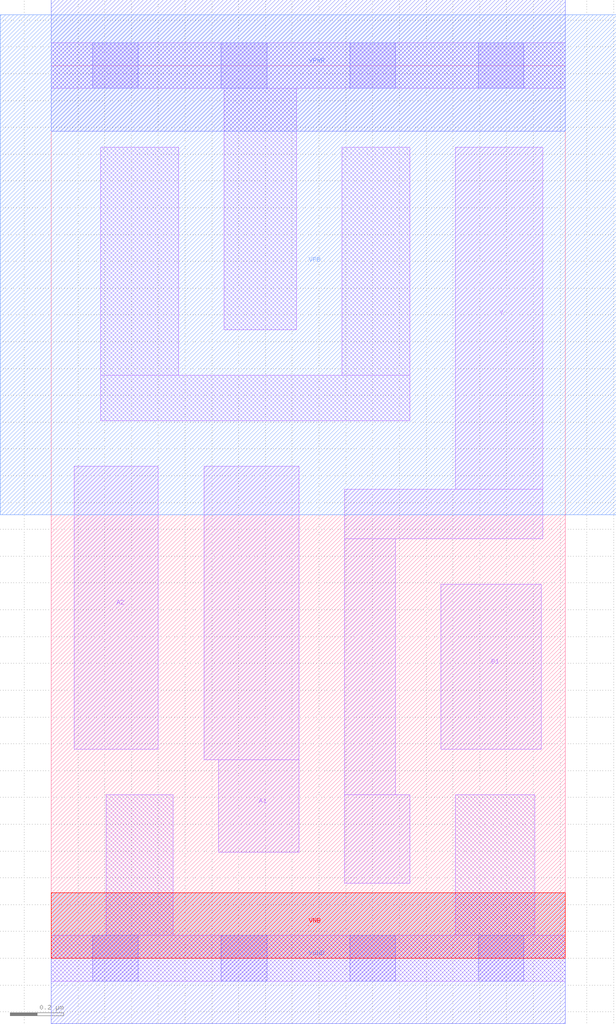
<source format=lef>
# Copyright 2020 The SkyWater PDK Authors
#
# Licensed under the Apache License, Version 2.0 (the "License");
# you may not use this file except in compliance with the License.
# You may obtain a copy of the License at
#
#     https://www.apache.org/licenses/LICENSE-2.0
#
# Unless required by applicable law or agreed to in writing, software
# distributed under the License is distributed on an "AS IS" BASIS,
# WITHOUT WARRANTIES OR CONDITIONS OF ANY KIND, either express or implied.
# See the License for the specific language governing permissions and
# limitations under the License.
#
# SPDX-License-Identifier: Apache-2.0

VERSION 5.7 ;
  NOWIREEXTENSIONATPIN ON ;
  DIVIDERCHAR "/" ;
  BUSBITCHARS "[]" ;
MACRO sky130_fd_sc_lp__a21oi_0
  CLASS CORE ;
  FOREIGN sky130_fd_sc_lp__a21oi_0 ;
  ORIGIN  0.000000  0.000000 ;
  SIZE  1.920000 BY  3.330000 ;
  SYMMETRY X Y R90 ;
  SITE unit ;
  PIN A1
    ANTENNAGATEAREA  0.159000 ;
    DIRECTION INPUT ;
    USE SIGNAL ;
    PORT
      LAYER li1 ;
        RECT 0.570000 0.740000 0.925000 1.835000 ;
        RECT 0.625000 0.395000 0.925000 0.740000 ;
    END
  END A1
  PIN A2
    ANTENNAGATEAREA  0.159000 ;
    DIRECTION INPUT ;
    USE SIGNAL ;
    PORT
      LAYER li1 ;
        RECT 0.085000 0.780000 0.400000 1.835000 ;
    END
  END A2
  PIN B1
    ANTENNAGATEAREA  0.159000 ;
    DIRECTION INPUT ;
    USE SIGNAL ;
    PORT
      LAYER li1 ;
        RECT 1.455000 0.780000 1.830000 1.395000 ;
    END
  END B1
  PIN Y
    ANTENNADIFFAREA  0.287200 ;
    DIRECTION OUTPUT ;
    USE SIGNAL ;
    PORT
      LAYER li1 ;
        RECT 1.095000 0.280000 1.340000 0.610000 ;
        RECT 1.095000 0.610000 1.285000 1.565000 ;
        RECT 1.095000 1.565000 1.835000 1.750000 ;
        RECT 1.510000 1.750000 1.835000 3.025000 ;
    END
  END Y
  PIN VGND
    DIRECTION INOUT ;
    USE GROUND ;
    PORT
      LAYER met1 ;
        RECT 0.000000 -0.245000 1.920000 0.245000 ;
    END
  END VGND
  PIN VNB
    DIRECTION INOUT ;
    USE GROUND ;
    PORT
      LAYER pwell ;
        RECT 0.000000 0.000000 1.920000 0.245000 ;
    END
  END VNB
  PIN VPB
    DIRECTION INOUT ;
    USE POWER ;
    PORT
      LAYER nwell ;
        RECT -0.190000 1.655000 2.110000 3.520000 ;
    END
  END VPB
  PIN VPWR
    DIRECTION INOUT ;
    USE POWER ;
    PORT
      LAYER met1 ;
        RECT 0.000000 3.085000 1.920000 3.575000 ;
    END
  END VPWR
  OBS
    LAYER li1 ;
      RECT 0.000000 -0.085000 1.920000 0.085000 ;
      RECT 0.000000  3.245000 1.920000 3.415000 ;
      RECT 0.185000  2.005000 1.340000 2.175000 ;
      RECT 0.185000  2.175000 0.475000 3.025000 ;
      RECT 0.205000  0.085000 0.455000 0.610000 ;
      RECT 0.645000  2.345000 0.915000 3.245000 ;
      RECT 1.085000  2.175000 1.340000 3.025000 ;
      RECT 1.510000  0.085000 1.805000 0.610000 ;
    LAYER mcon ;
      RECT 0.155000 -0.085000 0.325000 0.085000 ;
      RECT 0.155000  3.245000 0.325000 3.415000 ;
      RECT 0.635000 -0.085000 0.805000 0.085000 ;
      RECT 0.635000  3.245000 0.805000 3.415000 ;
      RECT 1.115000 -0.085000 1.285000 0.085000 ;
      RECT 1.115000  3.245000 1.285000 3.415000 ;
      RECT 1.595000 -0.085000 1.765000 0.085000 ;
      RECT 1.595000  3.245000 1.765000 3.415000 ;
  END
END sky130_fd_sc_lp__a21oi_0
END LIBRARY

</source>
